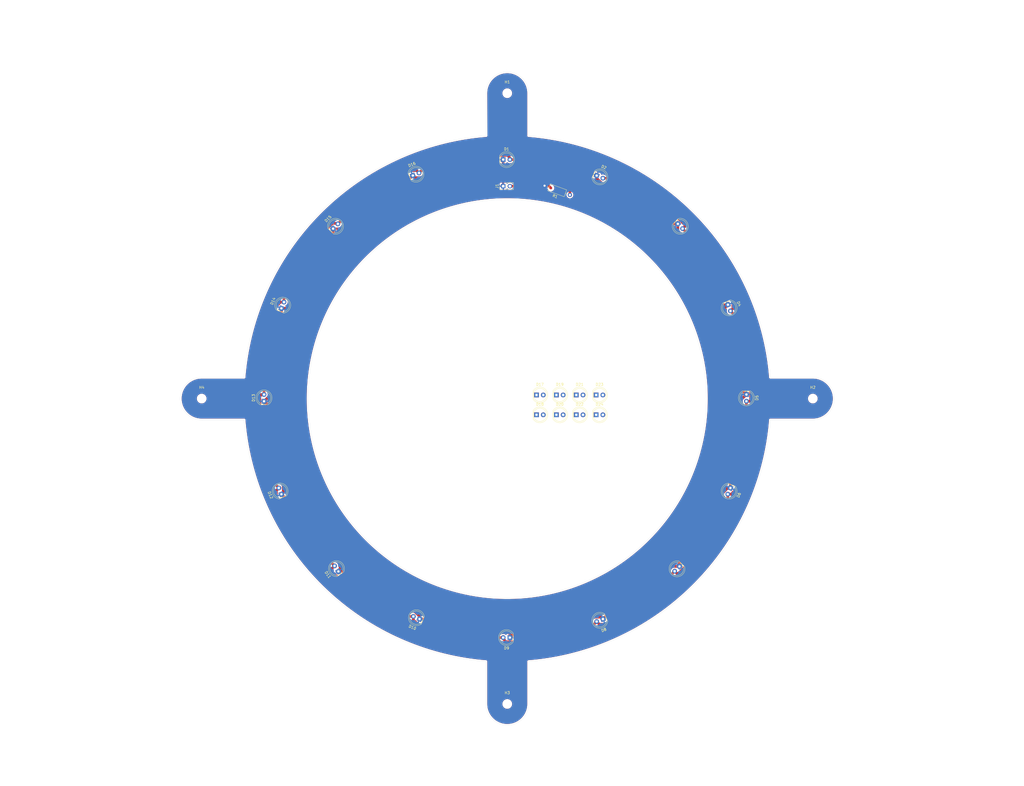
<source format=kicad_pcb>
(kicad_pcb (version 20240108) (generator "pcbnew") (generator_version "8.0")
  (layers (0 "F.Cu" signal) (31 "B.Cu" signal) (34 "B.Paste" user) (35 "F.Paste" user) (36 "B.SilkS" user "B.Silkscreen") (37 "F.SilkS" user "F.Silkscreen") (38 "B.Mask" user) (39 "F.Mask" user) (44 "Edge.Cuts" user))
  (net 0 "")
  (net 1 "GND")
  (net 2 "Net-(D1-A)")
  (net 3 "VCC")
  (net 4 "+5V")
  (footprint "LED_THT:LED_D5.0mm" (layer "F.Cu") (at 221.97 151.11)
    (property "Reference" "D22" (at 1.27 -3.96 0) (layer "F.SilkS"))
    (property "Value" "LED")
    (fp_line (start -1.29 -1.545) (end -1.29 1.545) (stroke (width 0.12)) (layer "F.SilkS"))
    (fp_arc (start -1.29 -1.54483) (mid 2.071756 -2.880501) (end 4.26 -0.000048) (stroke (width 0.12)) (layer "F.SilkS"))
    (fp_arc (start 4.26 0.000048) (mid 2.071756 2.880501) (end -1.29 1.54483) (stroke (width 0.12)) (layer "F.SilkS"))
    (fp_circle (center 1.27 0) (end 3.77 0) (stroke (width 0.12)) (fill none) (layer "F.SilkS"))
    (pad "1" thru_hole rect (at 0 0) (size 1.8 1.8) (drill 0.9) (layers "*.Cu" "*.Mask") (net 1 "GND"))
    (pad "2" thru_hole circle (at 2.54 0) (size 1.8 1.8) (drill 0.9) (layers "*.Cu" "*.Mask") (net 2 "Net-(D1-A)"))
  )
  (footprint "LED_THT:LED_D5.0mm" (layer "F.Cu") (at 111 181 112.5)
    (property "Reference" "D12" (at 1.27 -3.96 112.5) (layer "F.SilkS"))
    (property "Value" "LED")
    (fp_line (start -1.29 -1.545) (end -1.29 1.545) (stroke (width 0.12)) (layer "F.SilkS"))
    (fp_arc (start 4.26 0.000048) (mid 2.071756 2.880501) (end -1.29 1.544829) (stroke (width 0.12)) (layer "F.SilkS"))
    (fp_arc (start -1.29 -1.54483) (mid 2.071756 -2.8805) (end 4.26 -0.000048) (stroke (width 0.12)) (layer "F.SilkS"))
    (fp_circle (center 1.27 0) (end 3.77 0) (stroke (width 0.12)) (fill none) (layer "F.SilkS"))
    (pad "1" thru_hole rect (at 0 0 112.5) (size 1.8 1.8) (drill 0.9) (layers "*.Cu" "*.Mask") (net 1 "GND"))
    (pad "2" thru_hole circle (at 2.54 0 112.5) (size 1.8 1.8) (drill 0.9) (layers "*.Cu" "*.Mask") (net 2 "Net-(D1-A)"))
  )
  (footprint "LED_THT:LED_D5.0mm" (layer "F.Cu") (at 221.97 143.64)
    (property "Reference" "D21" (at 1.27 -3.96 0) (layer "F.SilkS"))
    (property "Value" "LED")
    (fp_line (start -1.29 -1.545) (end -1.29 1.545) (stroke (width 0.12)) (layer "F.SilkS"))
    (fp_arc (start -1.29 -1.54483) (mid 2.071756 -2.880501) (end 4.26 -0.000048) (stroke (width 0.12)) (layer "F.SilkS"))
    (fp_arc (start 4.26 0.000048) (mid 2.071756 2.880501) (end -1.29 1.54483) (stroke (width 0.12)) (layer "F.SilkS"))
    (fp_circle (center 1.27 0) (end 3.77 0) (stroke (width 0.12)) (fill none) (layer "F.SilkS"))
    (pad "1" thru_hole rect (at 0 0) (size 1.8 1.8) (drill 0.9) (layers "*.Cu" "*.Mask") (net 1 "GND"))
    (pad "2" thru_hole circle (at 2.54 0) (size 1.8 1.8) (drill 0.9) (layers "*.Cu" "*.Mask") (net 2 "Net-(D1-A)"))
  )
  (footprint "LED_THT:LED_D5.0mm" (layer "F.Cu") (at 132.456884 210.080646 125)
    (property "Reference" "D11" (at 1.27 -3.96 125) (layer "F.SilkS"))
    (property "Value" "LED")
    (fp_line (start -1.29 -1.545) (end -1.290001 1.545) (stroke (width 0.12)) (layer "F.SilkS"))
    (fp_arc (start 4.26 0.000048) (mid 2.071756 2.880501) (end -1.29 1.54483) (stroke (width 0.12)) (layer "F.SilkS"))
    (fp_arc (start -1.29 -1.54483) (mid 2.071756 -2.8805) (end 4.26 -0.000048) (stroke (width 0.12)) (layer "F.SilkS"))
    (fp_circle (center 1.27 0) (end 3.77 0) (stroke (width 0.12)) (fill none) (layer "F.SilkS"))
    (pad "1" thru_hole rect (at 0 0 125) (size 1.8 1.8) (drill 0.9) (layers "*.Cu" "*.Mask") (net 1 "GND"))
    (pad "2" thru_hole circle (at 2.54 0 125) (size 1.8 1.8) (drill 0.9) (layers "*.Cu" "*.Mask") (net 2 "Net-(D1-A)"))
  )
  (footprint "LED_THT:LED_D5.0mm" (layer "F.Cu") (at 207.01 151.11)
    (property "Reference" "D18" (at 1.27 -3.96 0) (layer "F.SilkS"))
    (property "Value" "LED")
    (fp_line (start -1.29 -1.545) (end -1.29 1.545) (stroke (width 0.12)) (layer "F.SilkS"))
    (fp_arc (start -1.29 -1.54483) (mid 2.071756 -2.880501) (end 4.26 -0.000048) (stroke (width 0.12)) (layer "F.SilkS"))
    (fp_arc (start 4.26 0.000048) (mid 2.071756 2.880501) (end -1.29 1.54483) (stroke (width 0.12)) (layer "F.SilkS"))
    (fp_circle (center 1.27 0) (end 3.77 0) (stroke (width 0.12)) (fill none) (layer "F.SilkS"))
    (pad "1" thru_hole rect (at 0 0) (size 1.8 1.8) (drill 0.9) (layers "*.Cu" "*.Mask") (net 1 "GND"))
    (pad "2" thru_hole circle (at 2.54 0) (size 1.8 1.8) (drill 0.9) (layers "*.Cu" "*.Mask") (net 2 "Net-(D1-A)"))
  )
  (footprint "LED_THT:LED_D5.0mm" (layer "F.Cu") (at 229.45 143.64)
    (property "Reference" "D23" (at 1.27 -3.96 0) (layer "F.SilkS"))
    (property "Value" "LED")
    (fp_line (start -1.29 -1.545) (end -1.29 1.545) (stroke (width 0.12)) (layer "F.SilkS"))
    (fp_arc (start -1.29 -1.54483) (mid 2.071756 -2.880501) (end 4.26 -0.000048) (stroke (width 0.12)) (layer "F.SilkS"))
    (fp_arc (start 4.26 0.000048) (mid 2.071756 2.880501) (end -1.29 1.54483) (stroke (width 0.12)) (layer "F.SilkS"))
    (fp_circle (center 1.27 0) (end 3.77 0) (stroke (width 0.12)) (fill none) (layer "F.SilkS"))
    (pad "1" thru_hole rect (at 0 0) (size 1.8 1.8) (drill 0.9) (layers "*.Cu" "*.Mask") (net 1 "GND"))
    (pad "2" thru_hole circle (at 2.54 0) (size 1.8 1.8) (drill 0.9) (layers "*.Cu" "*.Mask") (net 2 "Net-(D1-A)"))
  )
  (footprint "Connector_PinHeader_2.54mm:PinHeader_1x02_P2.54mm_Vertical" (layer "F.Cu") (at 194.46 65 90)
    (property "Reference" "J1" (at 0 -2.33 90) (layer "F.SilkS"))
    (property "Value" "Conn_01x02_Pin")
    (fp_line (start -1.33 -1.33) (end 0 -1.33) (stroke (width 0.12)) (layer "F.SilkS"))
    (fp_line (start -1.33 0) (end -1.33 -1.33) (stroke (width 0.12)) (layer "F.SilkS"))
    (fp_line (start 1.33 1.27) (end 1.33 3.87) (stroke (width 0.12)) (layer "F.SilkS"))
    (fp_line (start -1.33 1.27) (end 1.33 1.27) (stroke (width 0.12)) (layer "F.SilkS"))
    (fp_line (start -1.33 1.27) (end -1.33 3.87) (stroke (width 0.12)) (layer "F.SilkS"))
    (fp_line (start -1.33 3.87) (end 1.33 3.87) (stroke (width 0.12)) (layer "F.SilkS"))
    (pad "1" thru_hole rect (at 0 0 90) (size 1.7 1.7) (drill 1) (layers "*.Cu" "*.Mask") (net 4 "+5V"))
    (pad "2" thru_hole oval (at 0 2.54 90) (size 1.7 1.7) (drill 1) (layers "*.Cu" "*.Mask") (net 1 "GND"))
  )
  (footprint "LED_THT:LED_D5.0mm" (layer "F.Cu") (at 279.972016 178.653346 -112.5)
    (property "Reference" "D6" (at 1.27 -3.96 67.5) (layer "F.SilkS"))
    (property "Value" "LED" (hide yes))
    (fp_line (start -1.29 -1.545) (end -1.29 1.545) (stroke (width 0.12)) (layer "F.SilkS"))
    (fp_arc (start 4.26 0.000048) (mid 2.071756 2.880501) (end -1.29 1.54483) (stroke (width 0.12)) (layer "F.SilkS"))
    (fp_arc (start -1.29 -1.544829) (mid 2.071756 -2.880501) (end 4.26 -0.000048) (stroke (width 0.12)) (layer "F.SilkS"))
    (fp_circle (center 1.27 0) (end 3.77 0) (stroke (width 0.12)) (fill none) (layer "F.SilkS"))
    (pad "1" thru_hole rect (at 0 0 247.5) (size 1.8 1.8) (drill 0.9) (layers "*.Cu" "*.Mask") (net 1 "GND"))
    (pad "2" thru_hole circle (at 2.54 0 247.5) (size 1.8 1.8) (drill 0.9) (layers "*.Cu" "*.Mask") (net 2 "Net-(D1-A)"))
  )
  (footprint "LED_THT:LED_D5.0mm" (layer "F.Cu") (at 160.46 61 22.5)
    (property "Reference" "D16" (at 1.27 -3.96 22.5) (layer "F.SilkS"))
    (property "Value" "LED")
    (fp_line (start -1.29 -1.545) (end -1.29 1.545) (stroke (width 0.12)) (layer "F.SilkS"))
    (fp_arc (start -1.29 -1.54483) (mid 2.071756 -2.8805) (end 4.26 -0.000048) (stroke (width 0.12)) (layer "F.SilkS"))
    (fp_arc (start 4.26 0.000048) (mid 2.071756 2.880501) (end -1.29 1.544829) (stroke (width 0.12)) (layer "F.SilkS"))
    (fp_circle (center 1.27 0) (end 3.77 0) (stroke (width 0.12)) (fill none) (layer "F.SilkS"))
    (pad "1" thru_hole rect (at 0 0 22.5) (size 1.8 1.8) (drill 0.9) (layers "*.Cu" "*.Mask") (net 1 "GND"))
    (pad "2" thru_hole circle (at 2.54 0 22.5) (size 1.8 1.8) (drill 0.9) (layers "*.Cu" "*.Mask") (net 2 "Net-(D1-A)"))
  )
  (footprint "MountingHole:MountingHole_3.2mm_M3" (layer "F.Cu") (at 311 145)
    (property "Reference" "H2" (at 0 -4.2 0) (layer "F.SilkS"))
    (property "Value" "MountingHole")
    (pad "" np_thru_hole circle (at 0 0) (size 3.2 3.2) (drill 3.2) (layers "*.Cu" "*.Mask"))
  )
  (footprint "LED_THT:LED_D5.0mm" (layer "F.Cu") (at 194.46 55)
    (property "Reference" "D1" (at 1.27 -3.96 0) (layer "F.SilkS"))
    (property "Value" "LED")
    (fp_line (start -1.29 -1.545) (end -1.29 1.545) (stroke (width 0.12)) (layer "F.SilkS"))
    (fp_arc (start -1.29 -1.54483) (mid 2.071756 -2.880501) (end 4.26 -0.000048) (stroke (width 0.12)) (layer "F.SilkS"))
    (fp_arc (start 4.26 0.000048) (mid 2.071756 2.880501) (end -1.29 1.54483) (stroke (width 0.12)) (layer "F.SilkS"))
    (fp_circle (center 1.27 0) (end 3.77 0) (stroke (width 0.12)) (fill none) (layer "F.SilkS"))
    (pad "1" thru_hole rect (at 0 0) (size 1.8 1.8) (drill 0.9) (layers "*.Cu" "*.Mask") (net 1 "GND"))
    (pad "2" thru_hole circle (at 2.54 0) (size 1.8 1.8) (drill 0.9) (layers "*.Cu" "*.Mask") (net 2 "Net-(D1-A)"))
  )
  (footprint "MountingHole:MountingHole_3.2mm_M3" (layer "F.Cu") (at 196 30)
    (property "Reference" "H1" (at 0 -4.2 0) (layer "F.SilkS"))
    (property "Value" "MountingHole")
    (pad "" np_thru_hole circle (at 0 0) (size 3.2 3.2) (drill 3.2) (layers "*.Cu" "*.Mask"))
  )
  (footprint "LED_THT:LED_D5.0mm" (layer "F.Cu") (at 214.49 151.11)
    (property "Reference" "D20" (at 1.27 -3.96 0) (layer "F.SilkS"))
    (property "Value" "LED")
    (fp_line (start -1.29 -1.545) (end -1.29 1.545) (stroke (width 0.12)) (layer "F.SilkS"))
    (fp_arc (start -1.29 -1.54483) (mid 2.071756 -2.880501) (end 4.26 -0.000048) (stroke (width 0.12)) (layer "F.SilkS"))
    (fp_arc (start 4.26 0.000048) (mid 2.071756 2.880501) (end -1.29 1.54483) (stroke (width 0.12)) (layer "F.SilkS"))
    (fp_circle (center 1.27 0) (end 3.77 0) (stroke (width 0.12)) (fill none) (layer "F.SilkS"))
    (pad "1" thru_hole rect (at 0 0) (size 1.8 1.8) (drill 0.9) (layers "*.Cu" "*.Mask") (net 1 "GND"))
    (pad "2" thru_hole circle (at 2.54 0) (size 1.8 1.8) (drill 0.9) (layers "*.Cu" "*.Mask") (net 2 "Net-(D1-A)"))
  )
  (footprint "LED_THT:LED_D5.0mm" (layer "F.Cu") (at 260.796051 208.203949 -135)
    (property "Reference" "D7" (hide yes))
    (property "Value" "LED")
    (fp_line (start -1.29 -1.545) (end -1.29 1.545) (stroke (width 0.12)) (layer "F.SilkS"))
    (fp_arc (start 4.26 0.000048) (mid 2.071756 2.880501) (end -1.29 1.54483) (stroke (width 0.12)) (layer "F.SilkS"))
    (fp_arc (start -1.29 -1.54483) (mid 2.071757 -2.880502) (end 4.26 -0.000048) (stroke (width 0.12)) (layer "F.SilkS"))
    (fp_circle (center 1.270001 0) (end 3.770001 0) (stroke (width 0.12)) (fill none) (layer "F.SilkS"))
    (pad "1" thru_hole rect (at 0 0 225) (size 1.8 1.8) (drill 0.9) (layers "*.Cu" "*.Mask") (net 1 "GND"))
    (pad "2" thru_hole circle (at 2.54 0 225) (size 1.8 1.8) (drill 0.9) (layers "*.Cu" "*.Mask") (net 2 "Net-(D1-A)"))
  )
  (footprint "LED_THT:LED_D5.0mm" (layer "F.Cu") (at 232 228 -157.5)
    (property "Reference" "D8" (at 1.27 -3.96 22.5) (layer "F.SilkS"))
    (property "Value" "LED")
    (fp_line (start -1.29 -1.545) (end -1.29 1.545) (stroke (width 0.12)) (layer "F.SilkS"))
    (fp_arc (start 4.26 0.000048) (mid 2.071756 2.880501) (end -1.29 1.544829) (stroke (width 0.12)) (layer "F.SilkS"))
    (fp_arc (start -1.29 -1.54483) (mid 2.071756 -2.8805) (end 4.26 -0.000048) (stroke (width 0.12)) (layer "F.SilkS"))
    (fp_circle (center 1.27 0) (end 3.77 0) (stroke (width 0.12)) (fill none) (layer "F.SilkS"))
    (pad "1" thru_hole rect (at 0 0 202.5) (size 1.8 1.8) (drill 0.9) (layers "*.Cu" "*.Mask") (net 1 "GND"))
    (pad "2" thru_hole circle (at 2.54 0 202.5) (size 1.8 1.8) (drill 0.9) (layers "*.Cu" "*.Mask") (net 2 "Net-(D1-A)"))
  )
  (footprint "LED_THT:LED_D5.0mm" (layer "F.Cu") (at 229.45 151.11)
    (property "Reference" "D24" (at 1.27 -3.96 0) (layer "F.SilkS"))
    (property "Value" "LED")
    (fp_line (start -1.29 -1.545) (end -1.29 1.545) (stroke (width 0.12)) (layer "F.SilkS"))
    (fp_arc (start -1.29 -1.54483) (mid 2.071756 -2.880501) (end 4.26 -0.000048) (stroke (width 0.12)) (layer "F.SilkS"))
    (fp_arc (start 4.26 0.000048) (mid 2.071756 2.880501) (end -1.29 1.54483) (stroke (width 0.12)) (layer "F.SilkS"))
    (fp_circle (center 1.27 0) (end 3.77 0) (stroke (width 0.12)) (fill none) (layer "F.SilkS"))
    (pad "1" thru_hole rect (at 0 0) (size 1.8 1.8) (drill 0.9) (layers "*.Cu" "*.Mask") (net 1 "GND"))
    (pad "2" thru_hole circle (at 2.54 0) (size 1.8 1.8) (drill 0.9) (layers "*.Cu" "*.Mask") (net 2 "Net-(D1-A)"))
  )
  (footprint "LED_THT:LED_D5.0mm" (layer "F.Cu") (at 163 228 157.5)
    (property "Reference" "D10" (at 1.269999 -3.959999 157.5) (layer "F.SilkS"))
    (property "Value" "LED")
    (fp_line (start -1.290001 -1.545) (end -1.29 1.544999) (stroke (width 0.12)) (layer "F.SilkS"))
    (fp_arc (start 4.259999 0.000047) (mid 2.071756 2.8805) (end -1.29 1.544829) (stroke (width 0.12)) (layer "F.SilkS"))
    (fp_arc (start -1.29 -1.544829) (mid 2.071756 -2.880501) (end 4.259999 -0.000047) (stroke (width 0.12)) (layer "F.SilkS"))
    (fp_circle (center 1.27 0) (end 3.769999 0.000001) (stroke (width 0.12)) (fill none) (layer "F.SilkS"))
    (pad "1" thru_hole rect (at 0 0 157.5) (size 1.8 1.8) (drill 0.9) (layers "*.Cu" "*.Mask") (net 1 "GND"))
    (pad "2" thru_hole circle (at 2.54 0 157.5) (size 1.8 1.8) (drill 0.9) (layers "*.Cu" "*.Mask") (net 2 "Net-(D1-A)"))
  )
  (footprint "Resistor_THT:R_Axial_DIN0207_L6.3mm_D2.5mm_P10.16mm_Horizontal" (layer "F.Cu") (at 219.580228 68.303097 160)
    (property "Reference" "R1" (at 5.08 -2.37 160) (layer "F.SilkS"))
    (property "Value" "150")
    (fp_line (start 9.12 0) (end 8.35 0) (stroke (width 0.12)) (layer "F.SilkS"))
    (fp_line (start 8.35 -1.37) (end 1.81 -1.37) (stroke (width 0.12)) (layer "F.SilkS"))
    (fp_line (start 8.35 1.37) (end 8.35 -1.37) (stroke (width 0.12)) (layer "F.SilkS"))
    (fp_line (start 1.81 -1.37) (end 1.81 1.37) (stroke (width 0.12)) (layer "F.SilkS"))
    (fp_line (start 1.81 1.37) (end 8.35 1.37) (stroke (width 0.12)) (layer "F.SilkS"))
    (fp_line (start 1.04 0) (end 1.81 -0.000001) (stroke (width 0.12)) (layer "F.SilkS"))
    (pad "1" thru_hole circle (at 0 0 160) (size 1.6 1.6) (drill 0.8) (layers "*.Cu" "*.Mask") (net 2 "Net-(D1-A)"))
    (pad "2" thru_hole oval (at 10.16 0 160) (size 1.6 1.6) (drill 0.8) (layers "*.Cu" "*.Mask") (net 4 "+5V"))
  )
  (footprint "LED_THT:LED_D5.0mm" (layer "F.Cu") (at 104.46 146 90)
    (property "Reference" "D13" (at 1.27 -3.96 90) (layer "F.SilkS"))
    (property "Value" "LED")
    (fp_line (start -1.29 -1.545) (end -1.29 1.545) (stroke (width 0.12)) (layer "F.SilkS"))
    (fp_arc (start -1.29 -1.54483) (mid 2.071756 -2.880501) (end 4.26 -0.000048) (stroke (width 0.12)) (layer "F.SilkS"))
    (fp_arc (start 4.26 0.000048) (mid 2.071756 2.880501) (end -1.29 1.54483) (stroke (width 0.12)) (layer "F.SilkS"))
    (fp_circle (center 1.27 0) (end 3.77 0) (stroke (width 0.12)) (fill none) (layer "F.SilkS"))
    (pad "1" thru_hole rect (at 0 0 90) (size 1.8 1.8) (drill 0.9) (layers "*.Cu" "*.Mask") (net 1 "GND"))
    (pad "2" thru_hole circle (at 2.54 0 90) (size 1.8 1.8) (drill 0.9) (layers "*.Cu" "*.Mask") (net 2 "Net-(D1-A)"))
  )
  (footprint "LED_THT:LED_D5.0mm" (layer "F.Cu") (at 260.203949 79.203949 -45)
    (property "Reference" "D3" (hide yes))
    (property "Value" "LED")
    (fp_line (start -1.29 -1.545) (end -1.29 1.545) (stroke (width 0.12)) (layer "F.SilkS"))
    (fp_arc (start -1.29 -1.54483) (mid 2.071757 -2.880502) (end 4.26 -0.000048) (stroke (width 0.12)) (layer "F.SilkS"))
    (fp_arc (start 4.26 0.000048) (mid 2.071756 2.880501) (end -1.29 1.54483) (stroke (width 0.12)) (layer "F.SilkS"))
    (fp_circle (center 1.270001 0) (end 3.770001 0) (stroke (width 0.12)) (fill none) (layer "F.SilkS"))
    (pad "1" thru_hole rect (at 0 0 315) (size 1.8 1.8) (drill 0.9) (layers "*.Cu" "*.Mask") (net 1 "GND"))
    (pad "2" thru_hole circle (at 2.54 0 315) (size 1.8 1.8) (drill 0.9) (layers "*.Cu" "*.Mask") (net 2 "Net-(D1-A)"))
  )
  (footprint "LED_THT:LED_D5.0mm" (layer "F.Cu") (at 130.46 81 45)
    (property "Reference" "D15" (at 1.27 -3.96 45) (layer "F.SilkS"))
    (property "Value" "LED")
    (fp_line (start -1.29 -1.545) (end -1.29 1.545) (stroke (width 0.12)) (layer "F.SilkS"))
    (fp_arc (start -1.29 -1.54483) (mid 2.071757 -2.880502) (end 4.26 -0.000048) (stroke (width 0.12)) (layer "F.SilkS"))
    (fp_arc (start 4.26 0.000048) (mid 2.071756 2.880501) (end -1.29 1.54483) (stroke (width 0.12)) (layer "F.SilkS"))
    (fp_circle (center 1.270001 0) (end 3.770001 0) (stroke (width 0.12)) (fill none) (layer "F.SilkS"))
    (pad "1" thru_hole rect (at 0 0 45) (size 1.8 1.8) (drill 0.9) (layers "*.Cu" "*.Mask") (net 1 "GND"))
    (pad "2" thru_hole circle (at 2.54 0 45) (size 1.8 1.8) (drill 0.9) (layers "*.Cu" "*.Mask") (net 2 "Net-(D1-A)"))
  )
  (footprint "LED_THT:LED_D5.0mm" (layer "F.Cu") (at 279.027984 109.653346 -67.5)
    (property "Reference" "D4" (at 1.27 -3.96 112.5) (layer "F.SilkS"))
    (property "Value" "LED")
    (fp_line (start -1.29 -1.545) (end -1.29 1.545) (stroke (width 0.12)) (layer "F.SilkS"))
    (fp_arc (start -1.29 -1.54483) (mid 2.071756 -2.8805) (end 4.26 -0.000048) (stroke (width 0.12)) (layer "F.SilkS"))
    (fp_arc (start 4.26 0.000048) (mid 2.071756 2.880501) (end -1.29 1.544829) (stroke (width 0.12)) (layer "F.SilkS"))
    (fp_circle (center 1.27 0) (end 3.77 0) (stroke (width 0.12)) (fill none) (layer "F.SilkS"))
    (pad "1" thru_hole rect (at 0 0 292.5) (size 1.8 1.8) (drill 0.9) (layers "*.Cu" "*.Mask") (net 1 "GND"))
    (pad "2" thru_hole circle (at 2.54 0 292.5) (size 1.8 1.8) (drill 0.9) (layers "*.Cu" "*.Mask") (net 2 "Net-(D1-A)"))
  )
  (footprint "MountingHole:MountingHole_3.2mm_M3" (layer "F.Cu") (at 196 260)
    (property "Reference" "H3" (at 0 -4.2 0) (layer "F.SilkS"))
    (property "Value" "MountingHole")
    (pad "" np_thru_hole circle (at 0 0) (size 3.2 3.2) (drill 3.2) (layers "*.Cu" "*.Mask"))
  )
  (footprint "LED_THT:LED_D5.0mm" (layer "F.Cu") (at 197 235 180)
    (property "Reference" "D9" (at 1.27 -3.96 0) (layer "F.SilkS"))
    (property "Value" "LED" (hide yes))
    (fp_line (start -1.29 -1.545) (end -1.29 1.545) (stroke (width 0.12)) (layer "F.SilkS"))
    (fp_arc (start 4.26 0.000048) (mid 2.071756 2.880501) (end -1.29 1.54483) (stroke (width 0.12)) (layer "F.SilkS"))
    (fp_arc (start -1.29 -1.54483) (mid 2.071756 -2.880501) (end 4.26 -0.000048) (stroke (width 0.12)) (layer "F.SilkS"))
    (fp_circle (center 1.27 0) (end 3.77 0) (stroke (width 0.12)) (fill none) (layer "F.SilkS"))
    (pad "1" thru_hole rect (at 0 0 180) (size 1.8 1.8) (drill 0.9) (layers "*.Cu" "*.Mask") (net 1 "GND"))
    (pad "2" thru_hole circle (at 2.54 0 180) (size 1.8 1.8) (drill 0.9) (layers "*.Cu" "*.Mask") (net 2 "Net-(D1-A)"))
  )
  (footprint "LED_THT:LED_D5.0mm" (layer "F.Cu") (at 111 111 67.5)
    (property "Reference" "D14" (at 1.27 -3.96 67.5) (layer "F.SilkS"))
    (property "Value" "LED")
    (fp_line (start -1.29 -1.545) (end -1.29 1.545) (stroke (width 0.12)) (layer "F.SilkS"))
    (fp_arc (start -1.29 -1.544829) (mid 2.071756 -2.880501) (end 4.26 -0.000048) (stroke (width 0.12)) (layer "F.SilkS"))
    (fp_arc (start 4.26 0.000048) (mid 2.071756 2.880501) (end -1.29 1.54483) (stroke (width 0.12)) (layer "F.SilkS"))
    (fp_circle (center 1.27 0) (end 3.77 0) (stroke (width 0.12)) (fill none) (layer "F.SilkS"))
    (pad "1" thru_hole rect (at 0 0 67.5) (size 1.8 1.8) (drill 0.9) (layers "*.Cu" "*.Mask") (net 1 "GND"))
    (pad "2" thru_hole circle (at 2.54 0 67.5) (size 1.8 1.8) (drill 0.9) (layers "*.Cu" "*.Mask") (net 2 "Net-(D1-A)"))
  )
  (footprint "LED_THT:LED_D5.0mm" (layer "F.Cu") (at 229.653346 61.027984 -22.5)
    (property "Reference" "D2" (at 1.27 -3.96 157.5) (layer "F.SilkS"))
    (property "Value" "LED")
    (fp_line (start -1.29 -1.545) (end -1.29 1.545) (stroke (width 0.12)) (layer "F.SilkS"))
    (fp_arc (start -1.29 -1.544829) (mid 2.071756 -2.880501) (end 4.26 -0.000048) (stroke (width 0.12)) (layer "F.SilkS"))
    (fp_arc (start 4.26 0.000048) (mid 2.071756 2.880501) (end -1.29 1.54483) (stroke (width 0.12)) (layer "F.SilkS"))
    (fp_circle (center 1.27 0) (end 3.77 0) (stroke (width 0.12)) (fill none) (layer "F.SilkS"))
    (pad "1" thru_hole rect (at 0 0 337.5) (size 1.8 1.8) (drill 0.9) (layers "*.Cu" "*.Mask") (net 1 "GND"))
    (pad "2" thru_hole circle (at 2.54 0 337.5) (size 1.8 1.8) (drill 0.9) (layers "*.Cu" "*.Mask") (net 2 "Net-(D1-A)"))
  )
  (footprint "LED_THT:LED_D5.0mm" (layer "F.Cu") (at 286 143.46 -90)
    (property "Reference" "D5" (at 1.27 -3.96 90) (layer "F.SilkS"))
    (property "Value" "LED")
    (fp_line (start -1.29 -1.545) (end -1.29 1.545) (stroke (width 0.12)) (layer "F.SilkS"))
    (fp_arc (start 4.26 0.000048) (mid 2.071756 2.880501) (end -1.29 1.54483) (stroke (width 0.12)) (layer "F.SilkS"))
    (fp_arc (start -1.29 -1.54483) (mid 2.071756 -2.880501) (end 4.26 -0.000048) (stroke (width 0.12)) (layer "F.SilkS"))
    (fp_circle (center 1.27 0) (end 3.77 0) (stroke (width 0.12)) (fill none) (layer "F.SilkS"))
    (pad "1" thru_hole rect (at 0 0 270) (size 1.8 1.8) (drill 0.9) (layers "*.Cu" "*.Mask") (net 1 "GND"))
    (pad "2" thru_hole circle (at 2.54 0 270) (size 1.8 1.8) (drill 0.9) (layers "*.Cu" "*.Mask") (net 2 "Net-(D1-A)"))
  )
  (footprint "MountingHole:MountingHole_3.2mm_M3" (layer "F.Cu") (at 81 145)
    (property "Reference" "H4" (at 0 -4.2 0) (layer "F.SilkS"))
    (property "Value" "MountingHole")
    (pad "" np_thru_hole circle (at 0 0) (size 3.2 3.2) (drill 3.2) (layers "*.Cu" "*.Mask"))
  )
  (footprint "LED_THT:LED_D5.0mm" (layer "F.Cu") (at 207.01 143.64)
    (property "Reference" "D17" (at 1.27 -3.96 0) (layer "F.SilkS"))
    (property "Value" "LED")
    (fp_line (start -1.29 -1.545) (end -1.29 1.545) (stroke (width 0.12)) (layer "F.SilkS"))
    (fp_arc (start -1.29 -1.54483) (mid 2.071756 -2.880501) (end 4.26 -0.000048) (stroke (width 0.12)) (layer "F.SilkS"))
    (fp_arc (start 4.26 0.000048) (mid 2.071756 2.880501) (end -1.29 1.54483) (stroke (width 0.12)) (layer "F.SilkS"))
    (fp_circle (center 1.27 0) (end 3.77 0) (stroke (width 0.12)) (fill none) (layer "F.SilkS"))
    (pad "1" thru_hole rect (at 0 0) (size 1.8 1.8) (drill 0.9) (layers "*.Cu" "*.Mask") (net 1 "GND"))
    (pad "2" thru_hole circle (at 2.54 0) (size 1.8 1.8) (drill 0.9) (layers "*.Cu" "*.Mask") (net 2 "Net-(D1-A)"))
  )
  (footprint "LED_THT:LED_D5.0mm" (layer "F.Cu") (at 214.49 143.64)
    (property "Reference" "D19" (at 1.27 -3.96 0) (layer "F.SilkS"))
    (property "Value" "LED")
    (fp_line (start -1.29 -1.545) (end -1.29 1.545) (stroke (width 0.12)) (layer "F.SilkS"))
    (fp_arc (start -1.29 -1.54483) (mid 2.071756 -2.880501) (end 4.26 -0.000048) (stroke (width 0.12)) (layer "F.SilkS"))
    (fp_arc (start 4.26 0.000048) (mid 2.071756 2.880501) (end -1.29 1.54483) (stroke (width 0.12)) (layer "F.SilkS"))
    (fp_circle (center 1.27 0) (end 3.77 0) (stroke (width 0.12)) (fill none) (layer "F.SilkS"))
    (pad "1" thru_hole rect (at 0 0) (size 1.8 1.8) (drill 0.9) (layers "*.Cu" "*.Mask") (net 1 "GND"))
    (pad "2" thru_hole circle (at 2.54 0) (size 1.8 1.8) (drill 0.9) (layers "*.Cu" "*.Mask") (net 2 "Net-(D1-A)"))
  )
  (gr_line (start 295 153) (end 311 153) (stroke (width 0.05)) (layer "Edge.Cuts"))
  (gr_arc (start 204 46) (mid 266.231759 74.768241) (end 295 137) (stroke (width 0.05)) (layer "Edge.Cuts"))
  (gr_arc (start 188 244) (mid 125.768241 215.231759) (end 97 153) (stroke (width 0.05)) (layer "Edge.Cuts"))
  (gr_arc (start 204 260) (mid 196 268) (end 188 260) (stroke (width 0.05)) (layer "Edge.Cuts"))
  (gr_arc (start 81 153) (mid 73 145) (end 81 137) (stroke (width 0.05)) (layer "Edge.Cuts"))
  (gr_line (start 295 137) (end 311 137) (stroke (width 0.05)) (layer "Edge.Cuts"))
  (gr_line (start 97 137) (end 81 137) (stroke (width 0.05)) (layer "Edge.Cuts"))
  (gr_arc (start 97 137) (mid 125.787477 74.74901) (end 188.054224 45.995634) (stroke (width 0.05)) (layer "Edge.Cuts"))
  (gr_arc (start 188 30) (mid 196 22) (end 204 30) (stroke (width 0.05)) (layer "Edge.Cuts"))
  (gr_line (start 204 46) (end 204 30) (stroke (width 0.05)) (layer "Edge.Cuts"))
  (gr_arc (start 295 153) (mid 266.231759 215.231759) (end 204 244) (stroke (width 0.05)) (layer "Edge.Cuts"))
  (gr_line (start 204 244) (end 204 260) (stroke (width 0.05)) (layer "Edge.Cuts"))
  (gr_line (start 188 244) (end 188 260) (stroke (width 0.05)) (layer "Edge.Cuts"))
  (gr_line (start 97 153) (end 81 153) (stroke (width 0.05)) (layer "Edge.Cuts"))
  (gr_circle (center 196 145) (end 271 145) (stroke (width 0.05)) (fill none) (layer "Edge.Cuts"))
  (gr_arc (start 311 137) (mid 319 145) (end 311 153) (stroke (width 0.05)) (layer "Edge.Cuts"))
  (gr_line (start 188.054224 45.995634) (end 188 30) (stroke (width 0.05)) (layer "Edge.Cuts"))
  (segment (start 260.796051 208.203949) (end 251.796051 208.203949) (width 1) (layer "F.Cu") (net 1))
  (segment (start 278.997863 178.653346) (end 275 182.651209) (width 1) (layer "F.Cu") (net 1))
  (segment (start 140.46 81) (end 160.46 61) (width 0.8) (layer "F.Cu") (net 1))
  (segment (start 115.02 111) (end 130.46 95.56) (width 1) (layer "F.Cu") (net 1))
  (segment (start 275 192) (end 260.796051 206.203949) (width 1) (layer "F.Cu") (net 1))
  (segment (start 276.653346 109.653346) (end 279.027984 109.653346) (width 1) (layer "F.Cu") (net 1))
  (segment (start 130.46 81) (end 140.46 81) (width 0.8) (layer "F.Cu") (net 1))
  (segment (start 279.027984 109.653346) (end 278 110.68133) (width 1) (layer "F.Cu") (net 1))
  (segment (start 278 110.68133) (end 278 113) (width 1) (layer "F.Cu") (net 1))
  (segment (start 260.203949 86.203949) (end 276 102) (width 1) (layer "F.Cu") (net 1))
  (segment (start 161.14883 61.68883) (end 166.31117 61.68883) (width 0.8) (layer "F.Cu") (net 1))
  (segment (start 163 228) (end 163 227.025847) (width 1) (layer "F.Cu") (net 1))
  (segment (start 275 182.651209) (end 275 192) (width 1) (layer "F.Cu") (net 1))
  (segment (start 111.68883 153.22883) (end 104.46 146) (width 1) (layer "F.Cu") (net 1))
  (segment (start 111 111) (end 115.02 111) (width 1) (layer "F.Cu") (net 1))
  (segment (start 133.103098 203.103098) (end 111 181) (width 1) (layer "F.Cu") (net 1))
  (segment (start 170 58) (end 193 58) (width 0.8) (layer "F.Cu") (net 1))
  (segment (start 234.651209 67) (end 245 67) (width 1) (layer "F.Cu") (net 1))
  (segment (start 278 113) (end 277 114) (width 1) (layer "F.Cu") (net 1))
  (segment (start 130.46 81) (end 130.46 80.54) (width 0.8) (layer "F.Cu") (net 1))
  (segment (start 229.653346 62.002137) (end 234.651209 67) (width 1) (layer "F.Cu") (net 1))
  (segment (start 277 114) (end 284 121) (width 1) (layer "F.Cu") (net 1))
  (segment (start 279.972016 149.487984) (end 279.972016 178.653346) (width 1) (layer "F.Cu") (net 1))
  (segment (start 193 58) (end 194.46 56.54) (width 0.8) (layer "F.Cu") (net 1))
  (segment (start 260.796051 206.203949) (end 260.796051 208.203949) (width 1) (layer "F.Cu") (net 1))
  (segment (start 194.46 56.54) (end 194.46 55) (width 0.8) (layer "F.Cu") (net 1))
  (segment (start 160 61) (end 160.46 61) (width 0.8) (layer "F.Cu") (net 1))
  (segment (start 197 235) (end 197 233.1) (width 1) (layer "F.Cu") (net 1))
  (segment (start 286 143.46) (end 279.972016 149.487984) (width 1) (layer "F.Cu") (net 1))
  (segment (start 284 141.46) (end 286 143.46) (width 1) (layer "F.Cu") (net 1))
  (segment (start 163 227.025847) (end 146.054799 210.080646) (width 1) (layer "F.Cu") (net 1))
  (segment (start 133.103098 209.434432) (end 133.103098 203.103098) (width 1) (layer "F.Cu") (net 1))
  (segment (start 146.054799 210.080646) (end 132.456884 210.080646) (width 1) (layer "F.Cu") (net 1))
  (segment (start 104.46 146) (end 111 139.46) (width 1) (layer "F.Cu") (net 1))
  (segment (start 257.203949 79.203949) (end 260.203949 79.203949) (width 1) (layer "F.Cu") (net 1))
  (segment (start 204.68883 227.31117) (end 197 235) (width 1) (layer "F.Cu") (net 1))
  (segment (start 284 121) (end 284 141.46) (width 1) (layer "F.Cu") (net 1))
  (segment (start 111 181) (end 111.68883 180.31117) (width 1) (layer "F.Cu") (net 1))
  (segment (start 160.46 61) (end 161.14883 61.68883) (width 0.8) (layer "F.Cu") (net 1))
  (segment (start 111 139.46) (end 111 111) (width 1) (layer "F.Cu") (net 1))
  (segment (start 231.31117 227.31117) (end 204.68883 227.31117) (width 1) (layer "F.Cu") (net 1))
  (segment (start 276 102) (end 276 109) (width 1) (layer "F.Cu") (net 1))
  (segment (start 191.9 228) (end 163 228) (width 1) (layer "F.Cu") (net 1))
  (segment (start 232 228) (end 231.31117 227.31117) (width 1) (layer "F.Cu") (net 1))
  (segment (start 197 233.1) (end 191.9 228) (width 1) (layer "F.Cu") (net 1))
  (segment (start 260.203949 79.203949) (end 260.203949 86.203949) (width 1) (layer "F.Cu") (net 1))
  (segment (start 194.46 55) (end 194.46 65) (width 0.8) (layer "F.Cu") (net 1))
  (segment (start 251.796051 208.203949) (end 232 228) (width 1) (layer "F.Cu") (net 1))
  (segment (start 166.31117 61.68883) (end 170 58) (width 0.8) (layer "F.Cu") (net 1))
  (segment (start 132.456884 210.080646) (end 133.103098 209.434432) (width 1) (layer "F.Cu") (net 1))
  (segment (start 229.653346 61.027984) (end 229.653346 62.002137) (width 1) (layer "F.Cu") (net 1))
  (segment (start 111.68883 180.31117) (end 111.68883 153.22883) (width 1) (layer "F.Cu") (net 1))
  (segment (start 245 67) (end 257.203949 79.203949) (width 1) (layer "F.Cu") (net 1))
  (segment (start 130.46 95.56) (end 130.46 81) (width 1) (layer "F.Cu") (net 1))
  (segment (start 279.972016 178.653346) (end 278.997863 178.653346) (width 1) (layer "F.Cu") (net 1))
  (segment (start 276 109) (end 276.653346 109.653346) (width 1) (layer "F.Cu") (net 1))
  (segment (start 262.9 79.637258) (end 262.9 80.1) (width 1) (layer "F.Cu") (net 2))
  (segment (start 239 230) (end 230.68133 230) (width 1) (layer "F.Cu") (net 2))
  (segment (start 279 192.262742) (end 260.362742 210.9) (width 1) (layer "F.Cu") (net 2))
  (segment (start 130 209) (end 131 208) (width 1) (layer "F.Cu") (net 2))
  (segment (start 130 210.088186) (end 130 209) (width 1) (layer "F.Cu") (net 2))
  (segment (start 279 181) (end 279 192.262742) (width 1) (layer "F.Cu") (net 2))
  (segment (start 287.272792 146) (end 286 146) (width 1) (layer "F.Cu") (net 2))
  (segment (start 103.54 143.46) (end 104.46 143.46) (width 1) (layer "F.Cu") (net 2))
  (segment (start 111.972016 108.653346) (end 111.972016 97.225242) (width 1) (layer "F.Cu") (net 2))
  (segment (start 262 81) (end 280.903891 99.903891) (width 1) (layer "F.Cu") (net 2))
  (segment (start 111.972016 97.225242) (end 130.197258 79) (width 1) (layer "F.Cu") (net 2))
  (segment (start 245.262742 62) (end 262.9 79.637258) (width 1) (layer "F.Cu") (net 2))
  (segment (start 197 54.34) (end 197 55) (width 1) (layer "F.Cu") (net 2))
  (segment (start 102.86 171.485362) (end 102.86 144.14) (width 1) (layer "F.Cu") (net 2))
  (segment (start 132.052102 79) (end 132.256051 79.203949) (width 1) (layer "F.Cu") (net 2))
  (segment (start 109.124093 186.124093) (end 109.124093 179.557237) (width 1) (layer "F.Cu") (net 2))
  (segment (start 109.124093 179.557237) (end 110.027984 178.653346) (width 1) (layer "F.Cu") (net 2))
  (segment (start 152.335907 59.124093) (end 161.902763 59.124093) (width 1) (layer "F.Cu") (net 2))
  (segment (start 162.806654 60.027984) (end 169.434638 53.4) (width 1) (layer "F.Cu") (net 2))
  (segment (start 196.06 53.4) (end 197 54.34) (width 1) (layer "F.Cu") (net 2))
  (segment (start 104.46 143.46) (end 104.46 114.887066) (width 1) (layer "F.Cu") (net 2))
  (segment (start 194.46 235.46) (end 194.46 235) (width 1) (layer "F.Cu") (net 2))
  (segment (start 260.362742 210.9) (end 259.9 210.9) (width 1) (layer "F.Cu") (net 2))
  (segment (start 232 62) (end 245.262742 62) (width 1) (layer "F.Cu") (net 2))
  (segment (start 160.653346 227.027984) (end 146.939798 227.027984) (width 1) (layer "F.Cu") (net 2))
  (segment (start 286 175.278296) (end 280.278296 181) (width 1) (layer "F.Cu") (net 2))
  (segment (start 287.6 119.6) (end 287.6 145.672792) (width 1) (layer "F.Cu") (net 2))
  (segment (start 110.027984 178.653346) (end 102.86 171.485362) (width 1) (layer "F.Cu") (net 2))
  (segment (start 262.9 80.1) (end 262 81) (width 1) (layer "F.Cu") (net 2))
  (segment (start 280.903891 99.903891) (end 280.903891 111.096109) (width 1) (layer "F.Cu") (net 2))
  (segment (start 102.86 144.14) (end 103.54 143.46) (width 1) (layer "F.Cu") (net 2))
  (segment (start 146.939798 227.027984) (end 130 210.088186) (width 1) (layer "F.Cu") (net 2))
  (segment (start 222.025362 236.6) (end 195.6 236.6) (width 1) (layer "F.Cu") (net 2))
  (segment (start 230.68133 230) (end 229.653346 228.972016) (width 1) (layer "F.Cu") (net 2))
  (segment (start 280.278296 181) (end 279 181) (width 1) (layer "F.Cu") (net 2))
  (segment (start 287.6 145.672792) (end 287.272792 146) (width 1) (layer "F.Cu") (net 2))
  (segment (start 280.903891 111.096109) (end 280 112) (width 1) (layer "F.Cu") (net 2))
  (segment (start 280 112) (end 287.6 119.6) (width 1) (layer "F.Cu") (net 2))
  (segment (start 229.653346 228.972016) (end 222.025362 236.6) (width 1) (layer "F.Cu") (net 2))
  (segment (start 194.46 235) (end 167.347066 235) (width 1) (layer "F.Cu") (net 2))
  (segment (start 160.653346 228.30628) (end 160.653346 227.027984) (width 1) (layer "F.Cu") (net 2))
  (segment (start 208 55) (end 219.580228 66.580228) (width 1) (layer "F.Cu") (net 2))
  (segment (start 104.46 114.887066) (end 110.69372 108.653346) (width 1) (layer "F.Cu") (net 2))
  (segment (start 219.580228 66.580228) (end 219.580228 68.303097) (width 1) (layer "F.Cu") (net 2))
  (segment (start 130.197258 79) (end 132.052102 79) (width 1) (layer "F.Cu") (net 2))
  (segment (start 110.69372 108.653346) (end 111.972016 108.653346) (width 1) (layer "F.Cu") (net 2))
  (segment (start 197 55) (end 208 55) (width 1) (layer "F.Cu") (net 2))
  (segment (start 286 146) (end 286 175.278296) (width 1) (layer "F.Cu") (net 2))
  (segment (start 161.902763 59.124093) (end 162.806654 60.027984) (width 1) (layer "F.Cu") (net 2))
  (segment (start 167.347066 235) (end 160.653346 228.30628) (width 1) (layer "F.Cu") (net 2))
  (segment (start 169.434638 53.4) (end 196.06 53.4) (width 1) (layer "F.Cu") (net 2))
  (segment (start 132.256051 79.203949) (end 152.335907 59.124093) (width 1) (layer "F.Cu") (net 2))
  (segment (start 195.6 236.6) (end 194.46 235.46) (width 1) (layer "F.Cu") (net 2))
  (segment (start 259.9 210.9) (end 259 210) (width 1) (layer "F.Cu") (net 2))
  (segment (start 259 210) (end 239 230) (width 1) (layer "F.Cu") (net 2))
  (segment (start 131 208) (end 109.124093 186.124093) (width 1) (layer "F.Cu") (net 2))
  (segment (start 197 65) (end 211.722866 65) (width 1) (layer "F.Cu") (net 3))
  (segment (start 211.722866 65) (end 212.41977 65.696904) (width 1) (layer "F.Cu") (net 3))
  (zone (net 1) (net_name "GND") (layers "F&B.Cu") (connect_pads (clearance 0.5)) (min_thickness 0.25) (fill yes (thermal_gap 0.5) (thermal_bridge_width 0.5))
    (polygon (pts (xy 5.1 -5.1) (xy 25.5 290.97) (xy 390.49 283.81) (xy 357.41 10.89)))
  )
)
</source>
